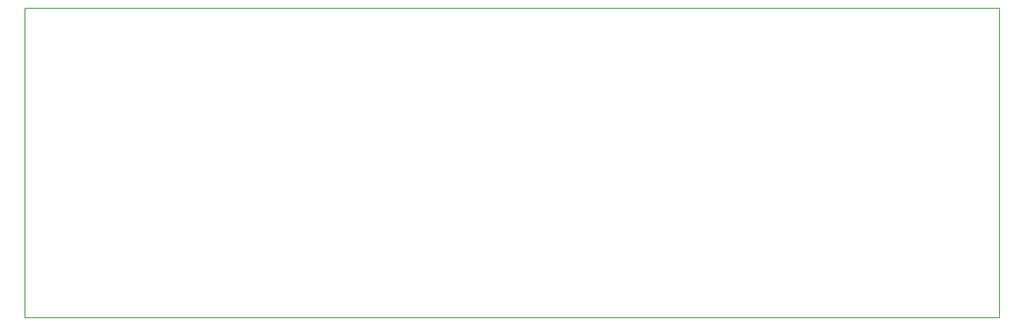
<source format=gbr>
%TF.GenerationSoftware,KiCad,Pcbnew,(6.0.0)*%
%TF.CreationDate,2022-05-14T16:49:07-07:00*%
%TF.ProjectId,Contrl Board GERBER,436f6e74-726c-4204-926f-617264204745,rev?*%
%TF.SameCoordinates,Original*%
%TF.FileFunction,Profile,NP*%
%FSLAX46Y46*%
G04 Gerber Fmt 4.6, Leading zero omitted, Abs format (unit mm)*
G04 Created by KiCad (PCBNEW (6.0.0)) date 2022-05-14 16:49:07*
%MOMM*%
%LPD*%
G01*
G04 APERTURE LIST*
%TA.AperFunction,Profile*%
%ADD10C,0.150000*%
%TD*%
G04 APERTURE END LIST*
D10*
X20200000Y-20050000D02*
X208700000Y-20050000D01*
X208700000Y-20050000D02*
X208700000Y-80050000D01*
X208700000Y-80050000D02*
X20200000Y-80050000D01*
X20200000Y-80050000D02*
X20200000Y-20050000D01*
M02*

</source>
